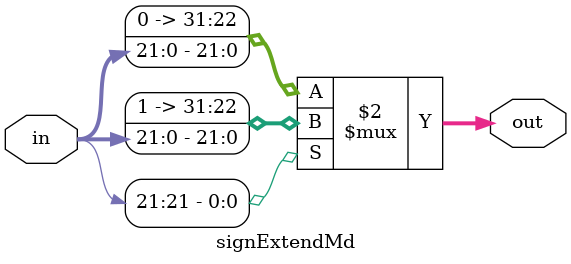
<source format=v>
`ifndef __SIGNEXTEND_V__
`define __SIGNEXTEND_V__

module signExtendImm(
	input [17:0] in,
	output [31:0] out
	);

	assign out = (in[17] == 1'b1) ? { 14'b11111111111111, in } : { 14'b00000000000000, in };

endmodule // end signExtendImm

module signExtendMd(in, out);
	input [21:0] in;
	output [31:0] out;

	assign out = (in[21] == 1'b1) ? { 10'b1111111111, in } : { 10'b0000000000, in };

endmodule // signExtendMd

`endif /*__SIGNEXTEND_V__*/
</source>
